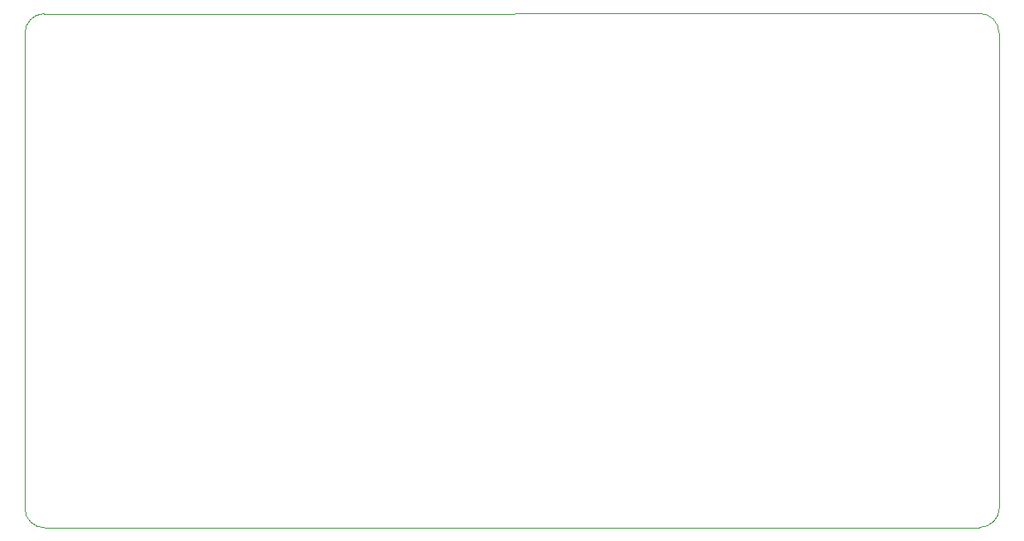
<source format=gbr>
%TF.GenerationSoftware,KiCad,Pcbnew,8.0.5*%
%TF.CreationDate,2024-11-05T14:17:26+01:00*%
%TF.ProjectId,spigate,73706967-6174-4652-9e6b-696361645f70,rev?*%
%TF.SameCoordinates,Original*%
%TF.FileFunction,Profile,NP*%
%FSLAX46Y46*%
G04 Gerber Fmt 4.6, Leading zero omitted, Abs format (unit mm)*
G04 Created by KiCad (PCBNEW 8.0.5) date 2024-11-05 14:17:26*
%MOMM*%
%LPD*%
G01*
G04 APERTURE LIST*
%TA.AperFunction,Profile*%
%ADD10C,0.100000*%
%TD*%
%TA.AperFunction,Profile*%
%ADD11C,0.050000*%
%TD*%
G04 APERTURE END LIST*
D10*
X100574592Y-67287730D02*
G75*
G02*
X102546605Y-65304000I1979208J4530D01*
G01*
X102550759Y-117986977D02*
G75*
G02*
X100567031Y-116014946I-4559J1979177D01*
G01*
D11*
X102550759Y-117986977D02*
X198283359Y-117972559D01*
D10*
X200315359Y-115940559D02*
G75*
G02*
X198283359Y-117972559I-2031959J-41D01*
G01*
X200283918Y-67259523D02*
X200315359Y-115940559D01*
X102546605Y-65304000D02*
X198300189Y-65287469D01*
X100567030Y-116014946D02*
X100574592Y-67287729D01*
X198300189Y-65287469D02*
G75*
G02*
X200283924Y-67259523I4611J-1979131D01*
G01*
M02*

</source>
